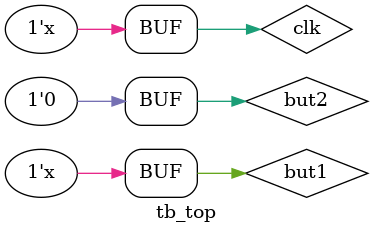
<source format=sv>
`timescale 1ns/1ps




module tb_top ();




logic clk ; 
logic but1 ; 
logic but2 ; 


initial begin
 clk = '0 ; 
but1 = '0 ;
but2 = '0 ; 
end


logic [7:0] tbcathode ;
logic [3:0] tbanode   ; 
logic debugLED1       ;
logic debugLED2       ;
logic [3:0] red       ;
logic [3:0] green     ;
logic [3:0] blue      ;
logic hsync           ; 
logic vsync           ;



lab2 UUT
 (.clk (clk)
 ,.but1(but1)
 ,.but2(but2)
 ,.cathode(tbcathode)
 ,.anode   (tbanode)
 ,.debugBUT_LED(debugLED1)
 ,.debugDISP_LED(debugLED2)
 ,.red(red)
 ,.green(green)
 ,.blue(blue)
 ,.hsync(hsync)
 ,.vsync(vsync)
) ; 






always #1 clk = ~clk ; 
always #5 but1 = ~clk ; 




endmodule
</source>
